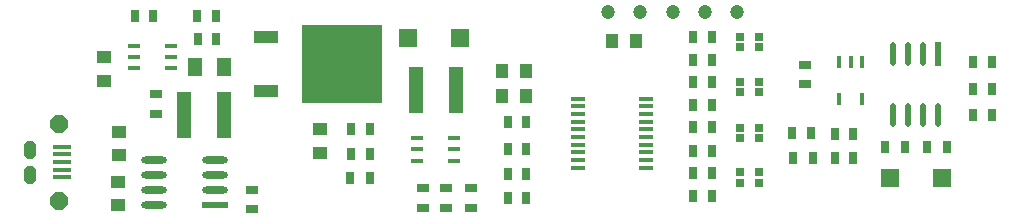
<source format=gtp>
%FSLAX25Y25*%
%MOIN*%
G70*
G01*
G75*
G04 Layer_Color=8421504*
%ADD10R,0.05118X0.15748*%
%ADD11R,0.03937X0.03150*%
%ADD12R,0.03150X0.03937*%
%ADD13R,0.01969X0.07874*%
%ADD14O,0.01969X0.07874*%
%ADD15R,0.06299X0.05906*%
%ADD16R,0.01575X0.03937*%
%ADD17R,0.03150X0.02559*%
%ADD18R,0.03937X0.04724*%
%ADD19R,0.04724X0.03937*%
%ADD20R,0.07874X0.04134*%
%ADD21R,0.26772X0.25984*%
%ADD22O,0.08500X0.02362*%
%ADD23R,0.08500X0.02362*%
%ADD24R,0.03937X0.01575*%
%ADD25R,0.04724X0.05906*%
%ADD26C,0.04724*%
%ADD27R,0.05118X0.01260*%
%ADD28R,0.05906X0.01378*%
%ADD29P,0.06392X8X22.5*%
G04:AMPARAMS|DCode=30|XSize=39.37mil|YSize=59.06mil|CornerRadius=0mil|HoleSize=0mil|Usage=FLASHONLY|Rotation=180.000|XOffset=0mil|YOffset=0mil|HoleType=Round|Shape=Octagon|*
%AMOCTAGOND30*
4,1,8,0.00984,-0.02953,-0.00984,-0.02953,-0.01969,-0.01969,-0.01969,0.01969,-0.00984,0.02953,0.00984,0.02953,0.01969,0.01969,0.01969,-0.01969,0.00984,-0.02953,0.0*
%
%ADD30OCTAGOND30*%

%ADD31C,0.01181*%
%ADD32C,0.03937*%
%ADD33C,0.03150*%
%ADD34C,0.01969*%
%ADD35C,0.02362*%
%ADD36C,0.00600*%
%ADD37R,0.04764X0.28031*%
%ADD38R,0.04646X0.26732*%
%ADD39R,0.07356X0.27834*%
%ADD40R,0.05236X0.08032*%
%ADD41R,0.07244X0.06654*%
%ADD42C,0.07087*%
%ADD43R,0.05906X0.05906*%
%ADD44C,0.05906*%
%ADD45R,0.05906X0.05906*%
%ADD46O,0.05906X0.07874*%
%ADD47C,0.02559*%
%ADD48C,0.01969*%
%ADD49C,0.00787*%
%ADD50C,0.00984*%
%ADD51C,0.00472*%
%ADD52C,0.00500*%
%ADD53C,0.00709*%
%ADD54C,0.00591*%
%ADD55C,0.00394*%
D10*
X71819Y36418D02*
D03*
X58434D02*
D03*
X135559Y44497D02*
D03*
X148944D02*
D03*
D11*
X49140Y36533D02*
D03*
Y43227D02*
D03*
X265496Y46758D02*
D03*
Y53057D02*
D03*
X154035Y12076D02*
D03*
Y5383D02*
D03*
X145649Y12076D02*
D03*
Y5383D02*
D03*
X138129D02*
D03*
Y12076D02*
D03*
X81160Y4955D02*
D03*
Y11254D02*
D03*
D12*
X321258Y36306D02*
D03*
X327557D02*
D03*
X327679Y44828D02*
D03*
X321380D02*
D03*
X321530Y54088D02*
D03*
X327829D02*
D03*
X312758Y25499D02*
D03*
X306065D02*
D03*
X298821Y25505D02*
D03*
X292128D02*
D03*
X281510Y22080D02*
D03*
X275210D02*
D03*
Y30090D02*
D03*
X281510D02*
D03*
X261364Y21990D02*
D03*
X268057D02*
D03*
X261140Y30150D02*
D03*
X267440D02*
D03*
X228162Y9138D02*
D03*
X234462D02*
D03*
X228162Y16968D02*
D03*
X234462D02*
D03*
X228162Y24288D02*
D03*
X234462D02*
D03*
X228162Y32188D02*
D03*
X234462D02*
D03*
X228162Y39608D02*
D03*
X234462D02*
D03*
X228162Y47138D02*
D03*
X234462D02*
D03*
X228162Y54558D02*
D03*
X234462D02*
D03*
X228162Y62276D02*
D03*
X234462D02*
D03*
X172511Y24936D02*
D03*
X166212D02*
D03*
Y16696D02*
D03*
X172511D02*
D03*
X166212Y8686D02*
D03*
X172511D02*
D03*
X114008Y31683D02*
D03*
X120307D02*
D03*
X114003Y23458D02*
D03*
X120303D02*
D03*
X113611Y15353D02*
D03*
X120304D02*
D03*
X62880Y61670D02*
D03*
X69180D02*
D03*
X69140Y69164D02*
D03*
X62840D02*
D03*
X41880D02*
D03*
X48180D02*
D03*
X172511Y33829D02*
D03*
X166212D02*
D03*
D13*
X309801Y56796D02*
D03*
D14*
X294801Y36323D02*
D03*
X299801D02*
D03*
X304801D02*
D03*
X309801D02*
D03*
X294801Y56796D02*
D03*
X299801D02*
D03*
X304801D02*
D03*
D15*
X293613Y15235D02*
D03*
X310936D02*
D03*
X150461Y62130D02*
D03*
X133139D02*
D03*
D16*
X284297Y53868D02*
D03*
X276817D02*
D03*
X280557D02*
D03*
X276817Y41663D02*
D03*
X284297D02*
D03*
D17*
X250124Y17148D02*
D03*
X243825D02*
D03*
X250124Y13802D02*
D03*
X243825D02*
D03*
X250124Y32076D02*
D03*
X243825D02*
D03*
X250124Y28729D02*
D03*
X243825D02*
D03*
X250124Y47158D02*
D03*
X243825D02*
D03*
X250124Y43812D02*
D03*
X243825D02*
D03*
X250124Y62398D02*
D03*
X243825D02*
D03*
X250124Y59052D02*
D03*
X243825D02*
D03*
D18*
X201013Y61120D02*
D03*
X208887D02*
D03*
X164523Y51020D02*
D03*
X172397D02*
D03*
X164523Y42700D02*
D03*
X172397D02*
D03*
D19*
X103840Y31627D02*
D03*
Y23753D02*
D03*
X31800Y47747D02*
D03*
Y55621D02*
D03*
X36541Y14111D02*
D03*
Y6237D02*
D03*
X36570Y22877D02*
D03*
Y30751D02*
D03*
D20*
X85605Y44245D02*
D03*
X85605Y62355D02*
D03*
D21*
X111195Y53300D02*
D03*
D22*
X68834Y11250D02*
D03*
Y16250D02*
D03*
Y21250D02*
D03*
X48362Y6250D02*
D03*
Y11250D02*
D03*
Y16250D02*
D03*
Y21250D02*
D03*
D23*
X68834Y6250D02*
D03*
D24*
X54024Y51897D02*
D03*
Y59377D02*
D03*
Y55637D02*
D03*
X41819D02*
D03*
Y59377D02*
D03*
Y51897D02*
D03*
X148222Y21100D02*
D03*
Y28580D02*
D03*
Y24840D02*
D03*
X136018D02*
D03*
Y28580D02*
D03*
Y21100D02*
D03*
D25*
X62146Y52420D02*
D03*
X71594D02*
D03*
D26*
X242666Y70689D02*
D03*
X231951D02*
D03*
X221236D02*
D03*
X210521D02*
D03*
X199806D02*
D03*
D27*
X212459Y18724D02*
D03*
Y21283D02*
D03*
Y23842D02*
D03*
Y26401D02*
D03*
Y28960D02*
D03*
Y31519D02*
D03*
Y34079D02*
D03*
Y36638D02*
D03*
Y39197D02*
D03*
X189821Y18724D02*
D03*
Y21283D02*
D03*
Y23842D02*
D03*
Y26401D02*
D03*
Y28960D02*
D03*
Y31519D02*
D03*
Y34079D02*
D03*
Y36638D02*
D03*
Y39197D02*
D03*
X212459Y41756D02*
D03*
X189821D02*
D03*
D28*
X17769Y25776D02*
D03*
Y15540D02*
D03*
Y18099D02*
D03*
Y23217D02*
D03*
Y20658D02*
D03*
D29*
X16567Y33355D02*
D03*
Y7765D02*
D03*
D30*
X7119Y16426D02*
D03*
Y24694D02*
D03*
M02*

</source>
